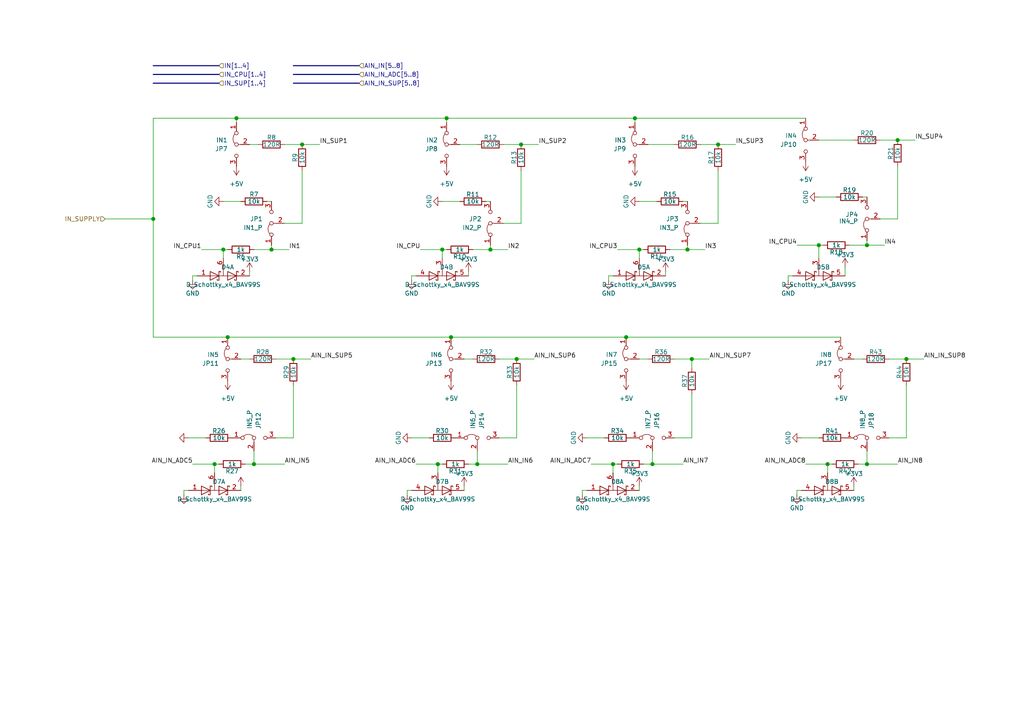
<source format=kicad_sch>
(kicad_sch (version 20210126) (generator eeschema)
  (paper "A4")
  (title_block (title "Uni printer") (date "2020-04-30") (rev "2.0") (company "Kartech") (comment 1 "jaroslaw.karwik@gmail.com"))
  (lib_symbols
    (symbol "Uni_Printer-rescue:+5V-power" (power) (pin_names (offset 0))
      (property "Value" "+5V-power" (at 0 3.556 0))
      (symbol "+5V-power_0_1"
        (polyline (pts (xy -0.762 1.27) (xy 0 2.54)))
        (polyline (pts (xy 0 0) (xy 0 2.54)))
        (polyline (pts (xy 0 2.54) (xy 0.762 1.27)))
      )
      (symbol "+5V-power_1_1"
        (pin power_in line (at 0 0 90) (length 0) hide (name "+5V") (number "1"))
      )
    )
    (symbol "Uni_Printer-rescue:D_Schottky_x4_BAV99S-RESCUE-step2cnc-Sensor_tank_v1-rescue-Uni_General_v1-rescue-Uni_Printer_v1-rescue" (pin_names (offset 0.762) hide)
      (property "Reference" "D" (at 1.27 -2.54 0))
      (property "Value" "D_Schottky_x4_BAV99S-RESCUE-step2cnc-Sensor_tank_v1-rescue-Uni_General_v1-rescue-Uni_Printer_v1-rescue" (at 0 2.54 0))
      (symbol "D_Schottky_x4_BAV99S-RESCUE-step2cnc-Sensor_tank_v1-rescue-Uni_General_v1-rescue-Uni_Printer_v1-rescue_0_1"
        (polyline (pts (xy 0 0) (xy 0 -2.54)))
        (polyline (pts (xy 3.81 0) (xy -3.81 0)))
        (polyline (pts (xy -1.27 -1.27) (xy -1.27 1.27) (xy -1.27 1.27)) (stroke (width 0.2032)))
        (polyline (pts (xy 3.81 1.27) (xy 3.81 -1.27) (xy 3.81 -1.27)) (stroke (width 0.2032)))
        (polyline (pts (xy -1.27 -1.27) (xy -0.762 -1.27) (xy -0.762 -1.016) (xy -0.762 -1.016)) (stroke (width 0.2032)))
        (polyline (pts (xy 3.81 -1.27) (xy 4.318 -1.27) (xy 4.318 -1.016) (xy 4.318 -1.016)) (stroke (width 0.2032)))
        (polyline (pts (xy 3.81 1.27) (xy 3.302 1.27) (xy 3.302 1.016) (xy 3.302 1.016)) (stroke (width 0.2032)))
        (polyline (pts (xy -1.778 1.016) (xy -1.778 1.27) (xy -1.27 1.27) (xy -1.27 1.27) (xy -1.27 1.27)) (stroke (width 0.2032)))
        (polyline (pts (xy -3.81 1.27) (xy -1.27 0) (xy -3.81 -1.27) (xy -3.81 1.27) (xy -3.81 1.27) (xy -3.81 1.27)) (stroke (width 0.2032)))
        (polyline (pts (xy 1.27 1.27) (xy 3.81 0) (xy 1.27 -1.27) (xy 1.27 1.27) (xy 1.27 1.27) (xy 1.27 1.27)) (stroke (width 0.2032)))
      )
      (symbol "D_Schottky_x4_BAV99S-RESCUE-step2cnc-Sensor_tank_v1-rescue-Uni_General_v1-rescue-Uni_Printer_v1-rescue_1_1"
        (pin passive line (at -7.62 0 0) (length 3.81) (name "A") (number "1"))
        (pin passive line (at 7.62 0 180) (length 3.81) (name "K") (number "2"))
        (pin passive line (at 0 -5.08 90) (length 2.54) (name "C") (number "6"))
      )
      (symbol "D_Schottky_x4_BAV99S-RESCUE-step2cnc-Sensor_tank_v1-rescue-Uni_General_v1-rescue-Uni_Printer_v1-rescue_2_1"
        (pin passive line (at 0 -5.08 90) (length 2.54) (name "C") (number "3"))
        (pin passive line (at -7.62 0 0) (length 3.81) (name "A") (number "4"))
        (pin passive line (at 7.62 0 180) (length 3.81) (name "K") (number "5"))
      )
    )
    (symbol "Uni_Printer-rescue:GND-Sensor_tank_v1-rescue-Uni_General_v1-rescue-Uni_Printer_v1-rescue" (power) (pin_names (offset 0))
      (property "Value" "GND-Sensor_tank_v1-rescue-Uni_General_v1-rescue-Uni_Printer_v1-rescue" (at 0 -3.81 0))
      (symbol "GND-Sensor_tank_v1-rescue-Uni_General_v1-rescue-Uni_Printer_v1-rescue_0_1"
        (polyline (pts (xy 0 0) (xy 0 -1.27) (xy 1.27 -1.27) (xy 0 -2.54) (xy -1.27 -1.27) (xy 0 -1.27)))
      )
      (symbol "GND-Sensor_tank_v1-rescue-Uni_General_v1-rescue-Uni_Printer_v1-rescue_1_1"
        (pin power_in line (at 0 0 270) (length 0) hide (name "GND") (number "1"))
      )
    )
    (symbol "Uni_Printer-rescue:Jumper_3_Bridged12-Jumper" (pin_names (offset 0) hide)
      (property "Reference" "JP" (at -2.54 -2.54 0))
      (property "Value" "Jumper_3_Bridged12-Jumper" (at 0 2.794 0))
      (symbol "Jumper_3_Bridged12-Jumper_0_0"
        (circle (center -3.302 0) (radius 0.508))
        (circle (center 0 0) (radius 0.508))
        (circle (center 3.302 0) (radius 0.508))
      )
      (symbol "Jumper_3_Bridged12-Jumper_0_1"
        (arc (start -3.048 0.508) (end -0.254 0.508) (radius (at -1.651 -1.27) (length 2.2606) (angles 128.2 51.8)))
        (polyline (pts (xy 0 -1.27) (xy 0 -0.508)))
      )
      (symbol "Jumper_3_Bridged12-Jumper_1_1"
        (pin passive line (at -6.35 0 0) (length 2.54) (name "A") (number "1"))
        (pin input line (at 0 -3.81 90) (length 2.54) (name "C") (number "2"))
        (pin passive line (at 6.35 0 180) (length 2.54) (name "B") (number "3"))
      )
    )
    (symbol "Uni_Printer-rescue:R-Sensor_tank_v1-rescue-Uni_General_v1-rescue-Uni_Printer_v1-rescue" (pin_numbers hide) (pin_names (offset 0))
      (property "Reference" "R" (at 2.032 0 90))
      (property "Value" "R-Sensor_tank_v1-rescue-Uni_General_v1-rescue-Uni_Printer_v1-rescue" (at 0 0 90))
      (symbol "R-Sensor_tank_v1-rescue-Uni_General_v1-rescue-Uni_Printer_v1-rescue_0_1"
        (rectangle (start -1.016 -2.54) (end 1.016 2.54) (stroke (width 0.254)))
      )
      (symbol "R-Sensor_tank_v1-rescue-Uni_General_v1-rescue-Uni_Printer_v1-rescue_1_1"
        (pin passive line (at 0 3.81 270) (length 1.27) (name "~") (number "1"))
        (pin passive line (at 0 -3.81 90) (length 1.27) (name "~") (number "2"))
      )
    )
    (symbol "power:+3V3" (power) (pin_names (offset 0))
      (property "Value" "+3V3" (at 0 3.556 0))
      (symbol "+3V3_0_1"
        (polyline (pts (xy -0.762 1.27) (xy 0 2.54)))
        (polyline (pts (xy 0 0) (xy 0 2.54)))
        (polyline (pts (xy 0 2.54) (xy 0.762 1.27)))
      )
      (symbol "+3V3_1_1"
        (pin power_in line (at 0 0 90) (length 0) hide (name "+3V3") (number "1"))
      )
    )
  )
  (junction (at 44.45 63.5) (diameter 1.016))
  (junction (at 62.23 134.62) (diameter 1.016))
  (junction (at 64.77 72.39) (diameter 1.016))
  (junction (at 66.04 97.79) (diameter 1.016))
  (junction (at 68.58 34.29) (diameter 1.016))
  (junction (at 73.66 134.62) (diameter 1.016))
  (junction (at 78.74 72.39) (diameter 1.016))
  (junction (at 85.09 104.14) (diameter 1.016))
  (junction (at 87.63 41.91) (diameter 1.016))
  (junction (at 127 134.62) (diameter 1.016))
  (junction (at 128.27 72.39) (diameter 1.016))
  (junction (at 129.54 34.29) (diameter 1.016))
  (junction (at 130.81 97.79) (diameter 1.016))
  (junction (at 138.43 134.62) (diameter 1.016))
  (junction (at 142.24 72.39) (diameter 1.016))
  (junction (at 149.86 104.14) (diameter 1.016))
  (junction (at 151.13 41.91) (diameter 1.016))
  (junction (at 177.8 134.62) (diameter 1.016))
  (junction (at 181.61 97.79) (diameter 1.016))
  (junction (at 184.15 34.29) (diameter 1.016))
  (junction (at 185.42 72.39) (diameter 1.016))
  (junction (at 189.23 134.62) (diameter 1.016))
  (junction (at 199.39 72.39) (diameter 1.016))
  (junction (at 200.66 104.14) (diameter 1.016))
  (junction (at 208.28 41.91) (diameter 1.016))
  (junction (at 237.49 71.12) (diameter 1.016))
  (junction (at 240.03 134.62) (diameter 1.016))
  (junction (at 251.46 71.12) (diameter 1.016))
  (junction (at 251.46 134.62) (diameter 1.016))
  (junction (at 260.35 40.64) (diameter 1.016))
  (junction (at 262.89 104.14) (diameter 1.016))
  (wire (pts (xy 30.48 63.5) (xy 44.45 63.5)))
  (wire (pts (xy 44.45 34.29) (xy 44.45 63.5)))
  (wire (pts (xy 44.45 63.5) (xy 44.45 97.79)))
  (wire (pts (xy 44.45 97.79) (xy 66.04 97.79)))
  (wire (pts (xy 53.34 142.24) (xy 53.34 143.51)))
  (wire (pts (xy 54.61 142.24) (xy 53.34 142.24)))
  (wire (pts (xy 55.88 80.01) (xy 55.88 81.28)))
  (wire (pts (xy 55.88 134.62) (xy 62.23 134.62)))
  (wire (pts (xy 57.15 80.01) (xy 55.88 80.01)))
  (wire (pts (xy 58.42 72.39) (xy 64.77 72.39)))
  (wire (pts (xy 59.69 127) (xy 54.61 127)))
  (wire (pts (xy 62.23 134.62) (xy 62.23 137.16)))
  (wire (pts (xy 62.23 134.62) (xy 63.5 134.62)))
  (wire (pts (xy 64.77 72.39) (xy 64.77 74.93)))
  (wire (pts (xy 64.77 72.39) (xy 66.04 72.39)))
  (wire (pts (xy 66.04 97.79) (xy 130.81 97.79)))
  (wire (pts (xy 68.58 34.29) (xy 44.45 34.29)))
  (wire (pts (xy 68.58 34.29) (xy 68.58 35.56)))
  (wire (pts (xy 69.85 58.42) (xy 64.77 58.42)))
  (wire (pts (xy 69.85 104.14) (xy 72.39 104.14)))
  (wire (pts (xy 69.85 142.24) (xy 69.85 140.97)))
  (wire (pts (xy 71.12 134.62) (xy 73.66 134.62)))
  (wire (pts (xy 72.39 41.91) (xy 74.93 41.91)))
  (wire (pts (xy 72.39 80.01) (xy 72.39 78.74)))
  (wire (pts (xy 73.66 72.39) (xy 78.74 72.39)))
  (wire (pts (xy 73.66 130.81) (xy 73.66 134.62)))
  (wire (pts (xy 73.66 134.62) (xy 82.55 134.62)))
  (wire (pts (xy 78.74 58.42) (xy 77.47 58.42)))
  (wire (pts (xy 78.74 71.12) (xy 78.74 72.39)))
  (wire (pts (xy 78.74 72.39) (xy 83.82 72.39)))
  (wire (pts (xy 80.01 104.14) (xy 85.09 104.14)))
  (wire (pts (xy 80.01 127) (xy 85.09 127)))
  (wire (pts (xy 82.55 41.91) (xy 87.63 41.91)))
  (wire (pts (xy 82.55 64.77) (xy 87.63 64.77)))
  (wire (pts (xy 85.09 104.14) (xy 90.17 104.14)))
  (wire (pts (xy 85.09 127) (xy 85.09 111.76)))
  (wire (pts (xy 87.63 41.91) (xy 92.71 41.91)))
  (wire (pts (xy 87.63 64.77) (xy 87.63 49.53)))
  (wire (pts (xy 118.11 142.24) (xy 118.11 143.51)))
  (wire (pts (xy 119.38 80.01) (xy 119.38 81.28)))
  (wire (pts (xy 119.38 142.24) (xy 118.11 142.24)))
  (wire (pts (xy 120.65 80.01) (xy 119.38 80.01)))
  (wire (pts (xy 120.65 134.62) (xy 127 134.62)))
  (wire (pts (xy 121.92 72.39) (xy 128.27 72.39)))
  (wire (pts (xy 124.46 127) (xy 119.38 127)))
  (wire (pts (xy 127 134.62) (xy 127 137.16)))
  (wire (pts (xy 127 134.62) (xy 128.27 134.62)))
  (wire (pts (xy 128.27 72.39) (xy 128.27 74.93)))
  (wire (pts (xy 128.27 72.39) (xy 129.54 72.39)))
  (wire (pts (xy 129.54 34.29) (xy 68.58 34.29)))
  (wire (pts (xy 129.54 34.29) (xy 129.54 35.56)))
  (wire (pts (xy 130.81 97.79) (xy 181.61 97.79)))
  (wire (pts (xy 133.35 41.91) (xy 138.43 41.91)))
  (wire (pts (xy 133.35 58.42) (xy 128.27 58.42)))
  (wire (pts (xy 134.62 104.14) (xy 137.16 104.14)))
  (wire (pts (xy 134.62 142.24) (xy 134.62 140.97)))
  (wire (pts (xy 135.89 80.01) (xy 135.89 78.74)))
  (wire (pts (xy 135.89 134.62) (xy 138.43 134.62)))
  (wire (pts (xy 137.16 72.39) (xy 142.24 72.39)))
  (wire (pts (xy 138.43 130.81) (xy 138.43 134.62)))
  (wire (pts (xy 138.43 134.62) (xy 147.32 134.62)))
  (wire (pts (xy 142.24 58.42) (xy 140.97 58.42)))
  (wire (pts (xy 142.24 71.12) (xy 142.24 72.39)))
  (wire (pts (xy 142.24 72.39) (xy 147.32 72.39)))
  (wire (pts (xy 144.78 104.14) (xy 149.86 104.14)))
  (wire (pts (xy 144.78 127) (xy 149.86 127)))
  (wire (pts (xy 146.05 41.91) (xy 151.13 41.91)))
  (wire (pts (xy 146.05 64.77) (xy 151.13 64.77)))
  (wire (pts (xy 149.86 104.14) (xy 154.94 104.14)))
  (wire (pts (xy 149.86 127) (xy 149.86 111.76)))
  (wire (pts (xy 151.13 41.91) (xy 156.21 41.91)))
  (wire (pts (xy 151.13 64.77) (xy 151.13 49.53)))
  (wire (pts (xy 168.91 142.24) (xy 168.91 143.51)))
  (wire (pts (xy 170.18 142.24) (xy 168.91 142.24)))
  (wire (pts (xy 171.45 134.62) (xy 177.8 134.62)))
  (wire (pts (xy 175.26 127) (xy 170.18 127)))
  (wire (pts (xy 176.53 80.01) (xy 176.53 81.28)))
  (wire (pts (xy 177.8 80.01) (xy 176.53 80.01)))
  (wire (pts (xy 177.8 134.62) (xy 177.8 137.16)))
  (wire (pts (xy 177.8 134.62) (xy 179.07 134.62)))
  (wire (pts (xy 179.07 72.39) (xy 185.42 72.39)))
  (wire (pts (xy 181.61 97.79) (xy 243.84 97.79)))
  (wire (pts (xy 184.15 34.29) (xy 129.54 34.29)))
  (wire (pts (xy 184.15 34.29) (xy 184.15 35.56)))
  (wire (pts (xy 185.42 72.39) (xy 185.42 74.93)))
  (wire (pts (xy 185.42 72.39) (xy 186.69 72.39)))
  (wire (pts (xy 185.42 104.14) (xy 187.96 104.14)))
  (wire (pts (xy 185.42 142.24) (xy 185.42 140.97)))
  (wire (pts (xy 186.69 134.62) (xy 189.23 134.62)))
  (wire (pts (xy 187.96 41.91) (xy 195.58 41.91)))
  (wire (pts (xy 189.23 130.81) (xy 189.23 134.62)))
  (wire (pts (xy 189.23 134.62) (xy 198.12 134.62)))
  (wire (pts (xy 190.5 58.42) (xy 185.42 58.42)))
  (wire (pts (xy 193.04 80.01) (xy 193.04 78.74)))
  (wire (pts (xy 194.31 72.39) (xy 199.39 72.39)))
  (wire (pts (xy 195.58 104.14) (xy 200.66 104.14)))
  (wire (pts (xy 195.58 127) (xy 200.66 127)))
  (wire (pts (xy 199.39 58.42) (xy 198.12 58.42)))
  (wire (pts (xy 199.39 71.12) (xy 199.39 72.39)))
  (wire (pts (xy 199.39 72.39) (xy 204.47 72.39)))
  (wire (pts (xy 200.66 104.14) (xy 200.66 106.68)))
  (wire (pts (xy 200.66 104.14) (xy 205.74 104.14)))
  (wire (pts (xy 200.66 114.3) (xy 200.66 127)))
  (wire (pts (xy 203.2 41.91) (xy 208.28 41.91)))
  (wire (pts (xy 203.2 64.77) (xy 208.28 64.77)))
  (wire (pts (xy 208.28 41.91) (xy 213.36 41.91)))
  (wire (pts (xy 208.28 64.77) (xy 208.28 49.53)))
  (wire (pts (xy 228.6 80.01) (xy 228.6 81.28)))
  (wire (pts (xy 229.87 80.01) (xy 228.6 80.01)))
  (wire (pts (xy 231.14 71.12) (xy 237.49 71.12)))
  (wire (pts (xy 231.14 142.24) (xy 231.14 143.51)))
  (wire (pts (xy 232.41 142.24) (xy 231.14 142.24)))
  (wire (pts (xy 233.68 34.29) (xy 184.15 34.29)))
  (wire (pts (xy 233.68 134.62) (xy 240.03 134.62)))
  (wire (pts (xy 237.49 40.64) (xy 247.65 40.64)))
  (wire (pts (xy 237.49 71.12) (xy 237.49 74.93)))
  (wire (pts (xy 237.49 71.12) (xy 238.76 71.12)))
  (wire (pts (xy 237.49 127) (xy 232.41 127)))
  (wire (pts (xy 240.03 134.62) (xy 240.03 137.16)))
  (wire (pts (xy 240.03 134.62) (xy 241.3 134.62)))
  (wire (pts (xy 242.57 57.15) (xy 237.49 57.15)))
  (wire (pts (xy 245.11 77.47) (xy 245.11 80.01)))
  (wire (pts (xy 246.38 71.12) (xy 251.46 71.12)))
  (wire (pts (xy 247.65 104.14) (xy 250.19 104.14)))
  (wire (pts (xy 247.65 142.24) (xy 247.65 140.97)))
  (wire (pts (xy 248.92 134.62) (xy 251.46 134.62)))
  (wire (pts (xy 251.46 57.15) (xy 250.19 57.15)))
  (wire (pts (xy 251.46 69.85) (xy 251.46 71.12)))
  (wire (pts (xy 251.46 71.12) (xy 256.54 71.12)))
  (wire (pts (xy 251.46 130.81) (xy 251.46 134.62)))
  (wire (pts (xy 251.46 134.62) (xy 260.35 134.62)))
  (wire (pts (xy 255.27 40.64) (xy 260.35 40.64)))
  (wire (pts (xy 255.27 63.5) (xy 260.35 63.5)))
  (wire (pts (xy 257.81 104.14) (xy 262.89 104.14)))
  (wire (pts (xy 257.81 127) (xy 262.89 127)))
  (wire (pts (xy 260.35 40.64) (xy 265.43 40.64)))
  (wire (pts (xy 260.35 63.5) (xy 260.35 48.26)))
  (wire (pts (xy 262.89 104.14) (xy 267.97 104.14)))
  (wire (pts (xy 262.89 127) (xy 262.89 111.76)))
  (bus (pts (xy 44.45 19.05) (xy 63.5 19.05)))
  (bus (pts (xy 44.45 21.59) (xy 63.5 21.59)))
  (bus (pts (xy 44.45 24.13) (xy 63.5 24.13)))
  (bus (pts (xy 85.09 19.05) (xy 104.14 19.05)))
  (bus (pts (xy 85.09 21.59) (xy 104.14 21.59)))
  (bus (pts (xy 85.09 24.13) (xy 104.14 24.13)))
  (label "AIN_IN_ADC5" (at 55.88 134.62 180))
  (label "IN_CPU1" (at 58.42 72.39 180))
  (label "AIN_IN5" (at 82.55 134.62 0))
  (label "IN1" (at 83.82 72.39 0))
  (label "AIN_IN_SUP5" (at 90.17 104.14 0))
  (label "IN_SUP1" (at 92.71 41.91 0))
  (label "AIN_IN_ADC6" (at 120.65 134.62 180))
  (label "IN_CPU" (at 121.92 72.39 180))
  (label "IN2" (at 147.32 72.39 0))
  (label "AIN_IN6" (at 147.32 134.62 0))
  (label "AIN_IN_SUP6" (at 154.94 104.14 0))
  (label "IN_SUP2" (at 156.21 41.91 0))
  (label "AIN_IN_ADC7" (at 171.45 134.62 180))
  (label "IN_CPU3" (at 179.07 72.39 180))
  (label "AIN_IN7" (at 198.12 134.62 0))
  (label "IN3" (at 204.47 72.39 0))
  (label "AIN_IN_SUP7" (at 205.74 104.14 0))
  (label "IN_SUP3" (at 213.36 41.91 0))
  (label "IN_CPU4" (at 231.14 71.12 180))
  (label "AIN_IN_ADC8" (at 233.68 134.62 180))
  (label "IN4" (at 256.54 71.12 0))
  (label "AIN_IN8" (at 260.35 134.62 0))
  (label "IN_SUP4" (at 265.43 40.64 0))
  (label "AIN_IN_SUP8" (at 267.97 104.14 0))
  (hierarchical_label "IN_SUPPLY" (shape input) (at 30.48 63.5 180))
  (hierarchical_label "IN[1..4]" (shape input) (at 63.5 19.05 0))
  (hierarchical_label "IN_CPU[1..4]" (shape input) (at 63.5 21.59 0))
  (hierarchical_label "IN_SUP[1..4]" (shape input) (at 63.5 24.13 0))
  (hierarchical_label "AIN_IN[5..8]" (shape input) (at 104.14 19.05 0))
  (hierarchical_label "AIN_IN_ADC[5..8]" (shape input) (at 104.14 21.59 0))
  (hierarchical_label "AIN_IN_SUP[5..8]" (shape input) (at 104.14 24.13 0))
  (symbol (lib_id "Uni_Printer-rescue:+5V-power") (at 66.04 110.49 180) (unit 1)
    (property "Reference" "#PWR07" (effects hide))
    (property "Value" "+5V" (at 66.04 115.57 0))
  )
  (symbol (lib_id "Uni_Printer-rescue:+5V-power") (at 68.58 48.26 180) (unit 1)
    (property "Reference" "#PWR0132" (effects hide))
    (property "Value" "+5V" (at 68.58 53.34 0))
  )
  (symbol (lib_id "power:+3V3") (at 69.85 140.97 0) (unit 1)
    (property "Reference" "#PWR08" (effects hide))
    (property "Value" "+3V3" (effects hide))
  )
  (symbol (lib_id "power:+3V3") (at 72.39 78.74 0) (unit 1)
    (property "Reference" "#PWR066" (effects hide))
    (property "Value" "+3V3" (at 72.39 75.184 0))
  )
  (symbol (lib_id "Uni_Printer-rescue:+5V-power") (at 129.54 48.26 180) (unit 1)
    (property "Reference" "#PWR0136" (effects hide))
    (property "Value" "+5V" (at 129.54 53.34 0))
  )
  (symbol (lib_id "Uni_Printer-rescue:+5V-power") (at 130.81 110.49 180) (unit 1)
    (property "Reference" "#PWR013" (effects hide))
    (property "Value" "+5V" (at 130.81 115.57 0))
  )
  (symbol (lib_id "power:+3V3") (at 134.62 140.97 0) (unit 1)
    (property "Reference" "#PWR014" (effects hide))
    (property "Value" "+3V3" (at 134.62 137.414 0))
  )
  (symbol (lib_id "power:+3V3") (at 135.89 78.74 0) (unit 1)
    (property "Reference" "#PWR070" (effects hide))
    (property "Value" "+3V3" (at 135.89 75.184 0))
  )
  (symbol (lib_id "Uni_Printer-rescue:+5V-power") (at 181.61 110.49 180) (unit 1)
    (property "Reference" "#PWR017" (effects hide))
    (property "Value" "+5V" (at 181.61 115.57 0))
  )
  (symbol (lib_id "Uni_Printer-rescue:+5V-power") (at 184.15 48.26 180) (unit 1)
    (property "Reference" "#PWR0134" (effects hide))
    (property "Value" "+5V" (at 184.15 53.34 0))
  )
  (symbol (lib_id "power:+3V3") (at 185.42 140.97 0) (unit 1)
    (property "Reference" "#PWR018" (effects hide))
    (property "Value" "+3V3" (at 185.42 137.414 0))
  )
  (symbol (lib_id "power:+3V3") (at 193.04 78.74 0) (unit 1)
    (property "Reference" "#PWR074" (effects hide))
    (property "Value" "+3V3" (at 193.04 75.184 0))
  )
  (symbol (lib_id "Uni_Printer-rescue:+5V-power") (at 233.68 46.99 180) (unit 1)
    (property "Reference" "#PWR0131" (effects hide))
    (property "Value" "+5V" (at 233.68 52.07 0))
  )
  (symbol (lib_id "Uni_Printer-rescue:+5V-power") (at 243.84 110.49 180) (unit 1)
    (property "Reference" "#PWR021" (effects hide))
    (property "Value" "+5V" (at 243.84 115.57 0))
  )
  (symbol (lib_id "power:+3V3") (at 245.11 77.47 0) (unit 1)
    (property "Reference" "#PWR078" (effects hide))
    (property "Value" "+3V3" (at 245.11 73.914 0))
  )
  (symbol (lib_id "power:+3V3") (at 247.65 140.97 0) (unit 1)
    (property "Reference" "#PWR022" (effects hide))
    (property "Value" "+3V3" (at 247.65 137.414 0))
  )
  (symbol (lib_id "Uni_Printer-rescue:GND-Sensor_tank_v1-rescue-Uni_General_v1-rescue-Uni_Printer_v1-rescue") (at 53.34 143.51 0) (unit 1)
    (property "Reference" "#PWR05" (effects hide))
    (property "Value" "GND-Sensor_tank_v1-rescue-Uni_General_v1-rescue-Uni_Printer_v1-rescue" (effects hide))
  )
  (symbol (lib_id "Uni_Printer-rescue:GND-Sensor_tank_v1-rescue-Uni_General_v1-rescue-Uni_Printer_v1-rescue") (at 54.61 127 270) (unit 1)
    (property "Reference" "#PWR06" (effects hide))
    (property "Value" "GND-Sensor_tank_v1-rescue-Uni_General_v1-rescue-Uni_Printer_v1-rescue" (effects hide))
  )
  (symbol (lib_id "Uni_Printer-rescue:GND-Sensor_tank_v1-rescue-Uni_General_v1-rescue-Uni_Printer_v1-rescue") (at 55.88 81.28 0) (unit 1)
    (property "Reference" "#PWR063" (effects hide))
    (property "Value" "GND" (at 55.88 85.09 0))
  )
  (symbol (lib_id "Uni_Printer-rescue:GND-Sensor_tank_v1-rescue-Uni_General_v1-rescue-Uni_Printer_v1-rescue") (at 64.77 58.42 270) (unit 1)
    (property "Reference" "#PWR064" (effects hide))
    (property "Value" "GND" (at 60.96 58.42 0))
  )
  (symbol (lib_id "Uni_Printer-rescue:GND-Sensor_tank_v1-rescue-Uni_General_v1-rescue-Uni_Printer_v1-rescue") (at 118.11 143.51 0) (unit 1)
    (property "Reference" "#PWR09" (effects hide))
    (property "Value" "GND" (at 118.11 147.32 0))
  )
  (symbol (lib_id "Uni_Printer-rescue:GND-Sensor_tank_v1-rescue-Uni_General_v1-rescue-Uni_Printer_v1-rescue") (at 119.38 81.28 0) (unit 1)
    (property "Reference" "#PWR067" (effects hide))
    (property "Value" "GND" (at 119.38 85.09 0))
  )
  (symbol (lib_id "Uni_Printer-rescue:GND-Sensor_tank_v1-rescue-Uni_General_v1-rescue-Uni_Printer_v1-rescue") (at 119.38 127 270) (unit 1)
    (property "Reference" "#PWR010" (effects hide))
    (property "Value" "GND" (at 115.57 127 0))
  )
  (symbol (lib_id "Uni_Printer-rescue:GND-Sensor_tank_v1-rescue-Uni_General_v1-rescue-Uni_Printer_v1-rescue") (at 128.27 58.42 270) (unit 1)
    (property "Reference" "#PWR068" (effects hide))
    (property "Value" "GND" (at 124.46 58.42 0))
  )
  (symbol (lib_id "Uni_Printer-rescue:GND-Sensor_tank_v1-rescue-Uni_General_v1-rescue-Uni_Printer_v1-rescue") (at 168.91 143.51 0) (unit 1)
    (property "Reference" "#PWR015" (effects hide))
    (property "Value" "GND" (at 168.91 147.32 0))
  )
  (symbol (lib_id "Uni_Printer-rescue:GND-Sensor_tank_v1-rescue-Uni_General_v1-rescue-Uni_Printer_v1-rescue") (at 170.18 127 270) (unit 1)
    (property "Reference" "#PWR016" (effects hide))
    (property "Value" "GND" (at 166.37 127 0))
  )
  (symbol (lib_id "Uni_Printer-rescue:GND-Sensor_tank_v1-rescue-Uni_General_v1-rescue-Uni_Printer_v1-rescue") (at 176.53 81.28 0) (unit 1)
    (property "Reference" "#PWR071" (effects hide))
    (property "Value" "GND" (at 176.53 85.09 0))
  )
  (symbol (lib_id "Uni_Printer-rescue:GND-Sensor_tank_v1-rescue-Uni_General_v1-rescue-Uni_Printer_v1-rescue") (at 185.42 58.42 270) (unit 1)
    (property "Reference" "#PWR072" (effects hide))
    (property "Value" "GND" (at 181.61 58.42 0))
  )
  (symbol (lib_id "Uni_Printer-rescue:GND-Sensor_tank_v1-rescue-Uni_General_v1-rescue-Uni_Printer_v1-rescue") (at 228.6 81.28 0) (unit 1)
    (property "Reference" "#PWR075" (effects hide))
    (property "Value" "GND" (at 228.6 85.09 0))
  )
  (symbol (lib_id "Uni_Printer-rescue:GND-Sensor_tank_v1-rescue-Uni_General_v1-rescue-Uni_Printer_v1-rescue") (at 231.14 143.51 0) (unit 1)
    (property "Reference" "#PWR019" (effects hide))
    (property "Value" "GND" (at 231.14 147.32 0))
  )
  (symbol (lib_id "Uni_Printer-rescue:GND-Sensor_tank_v1-rescue-Uni_General_v1-rescue-Uni_Printer_v1-rescue") (at 232.41 127 270) (unit 1)
    (property "Reference" "#PWR020" (effects hide))
    (property "Value" "GND" (at 228.6 127 0))
  )
  (symbol (lib_id "Uni_Printer-rescue:GND-Sensor_tank_v1-rescue-Uni_General_v1-rescue-Uni_Printer_v1-rescue") (at 237.49 57.15 270) (unit 1)
    (property "Reference" "#PWR076" (effects hide))
    (property "Value" "GND" (at 233.68 57.15 0))
  )
  (symbol (lib_id "Uni_Printer-rescue:R-Sensor_tank_v1-rescue-Uni_General_v1-rescue-Uni_Printer_v1-rescue") (at 63.5 127 90) (unit 1)
    (property "Reference" "R26" (at 63.5 124.968 90))
    (property "Value" "10k" (at 63.5 127 90))
    (property "Footprint" "Resistor_SMD:R_0603_1608Metric" (effects hide))
  )
  (symbol (lib_id "Uni_Printer-rescue:R-Sensor_tank_v1-rescue-Uni_General_v1-rescue-Uni_Printer_v1-rescue") (at 67.31 134.62 270) (unit 1)
    (property "Reference" "R27" (at 67.31 136.652 90))
    (property "Value" "1k" (at 67.31 134.62 90))
    (property "Footprint" "Resistor_SMD:R_0603_1608Metric" (effects hide))
  )
  (symbol (lib_id "Uni_Printer-rescue:R-Sensor_tank_v1-rescue-Uni_General_v1-rescue-Uni_Printer_v1-rescue") (at 69.85 72.39 270) (unit 1)
    (property "Reference" "R6" (at 69.85 74.422 90))
    (property "Value" "1k" (at 69.85 72.39 90))
    (property "Footprint" "Resistor_SMD:R_0603_1608Metric" (effects hide))
  )
  (symbol (lib_id "Uni_Printer-rescue:R-Sensor_tank_v1-rescue-Uni_General_v1-rescue-Uni_Printer_v1-rescue") (at 73.66 58.42 90) (unit 1)
    (property "Reference" "R7" (at 73.66 56.388 90))
    (property "Value" "10k" (at 73.66 58.42 90))
    (property "Footprint" "Resistor_SMD:R_0603_1608Metric" (effects hide))
  )
  (symbol (lib_id "Uni_Printer-rescue:R-Sensor_tank_v1-rescue-Uni_General_v1-rescue-Uni_Printer_v1-rescue") (at 76.2 104.14 90) (unit 1)
    (property "Reference" "R28" (at 76.2 102.108 90))
    (property "Value" "120R" (at 76.2 104.14 90))
    (property "Footprint" "Resistor_SMD:R_0603_1608Metric" (effects hide))
  )
  (symbol (lib_id "Uni_Printer-rescue:R-Sensor_tank_v1-rescue-Uni_General_v1-rescue-Uni_Printer_v1-rescue") (at 78.74 41.91 90) (unit 1)
    (property "Reference" "R8" (at 78.74 39.878 90))
    (property "Value" "120R" (at 78.74 41.91 90))
    (property "Footprint" "Resistor_SMD:R_0603_1608Metric" (effects hide))
  )
  (symbol (lib_id "Uni_Printer-rescue:R-Sensor_tank_v1-rescue-Uni_General_v1-rescue-Uni_Printer_v1-rescue") (at 85.09 107.95 180) (unit 1)
    (property "Reference" "R29" (at 83.058 107.95 90))
    (property "Value" "10k" (at 85.09 107.95 90))
    (property "Footprint" "Resistor_SMD:R_0603_1608Metric" (effects hide))
  )
  (symbol (lib_id "Uni_Printer-rescue:R-Sensor_tank_v1-rescue-Uni_General_v1-rescue-Uni_Printer_v1-rescue") (at 87.63 45.72 180) (unit 1)
    (property "Reference" "R9" (at 85.598 45.72 90))
    (property "Value" "10k" (at 87.63 45.72 90))
    (property "Footprint" "Resistor_SMD:R_0603_1608Metric" (effects hide))
  )
  (symbol (lib_id "Uni_Printer-rescue:R-Sensor_tank_v1-rescue-Uni_General_v1-rescue-Uni_Printer_v1-rescue") (at 128.27 127 90) (unit 1)
    (property "Reference" "R30" (at 128.27 124.968 90))
    (property "Value" "10k" (at 128.27 127 90))
    (property "Footprint" "Resistor_SMD:R_0603_1608Metric" (effects hide))
  )
  (symbol (lib_id "Uni_Printer-rescue:R-Sensor_tank_v1-rescue-Uni_General_v1-rescue-Uni_Printer_v1-rescue") (at 132.08 134.62 270) (unit 1)
    (property "Reference" "R31" (at 132.08 136.652 90))
    (property "Value" "1k" (at 132.08 134.62 90))
    (property "Footprint" "Resistor_SMD:R_0603_1608Metric" (effects hide))
  )
  (symbol (lib_id "Uni_Printer-rescue:R-Sensor_tank_v1-rescue-Uni_General_v1-rescue-Uni_Printer_v1-rescue") (at 133.35 72.39 270) (unit 1)
    (property "Reference" "R10" (at 133.35 74.422 90))
    (property "Value" "1k" (at 133.35 72.39 90))
    (property "Footprint" "Resistor_SMD:R_0603_1608Metric" (effects hide))
  )
  (symbol (lib_id "Uni_Printer-rescue:R-Sensor_tank_v1-rescue-Uni_General_v1-rescue-Uni_Printer_v1-rescue") (at 137.16 58.42 90) (unit 1)
    (property "Reference" "R11" (at 137.16 56.388 90))
    (property "Value" "10k" (at 137.16 58.42 90))
    (property "Footprint" "Resistor_SMD:R_0603_1608Metric" (effects hide))
  )
  (symbol (lib_id "Uni_Printer-rescue:R-Sensor_tank_v1-rescue-Uni_General_v1-rescue-Uni_Printer_v1-rescue") (at 140.97 104.14 90) (unit 1)
    (property "Reference" "R32" (at 140.97 102.108 90))
    (property "Value" "120R" (at 140.97 104.14 90))
    (property "Footprint" "Resistor_SMD:R_0603_1608Metric" (effects hide))
  )
  (symbol (lib_id "Uni_Printer-rescue:R-Sensor_tank_v1-rescue-Uni_General_v1-rescue-Uni_Printer_v1-rescue") (at 142.24 41.91 90) (unit 1)
    (property "Reference" "R12" (at 142.24 39.878 90))
    (property "Value" "120R" (at 142.24 41.91 90))
    (property "Footprint" "Resistor_SMD:R_0603_1608Metric" (effects hide))
  )
  (symbol (lib_id "Uni_Printer-rescue:R-Sensor_tank_v1-rescue-Uni_General_v1-rescue-Uni_Printer_v1-rescue") (at 149.86 107.95 180) (unit 1)
    (property "Reference" "R33" (at 147.828 107.95 90))
    (property "Value" "10k" (at 149.86 107.95 90))
    (property "Footprint" "Resistor_SMD:R_0603_1608Metric" (effects hide))
  )
  (symbol (lib_id "Uni_Printer-rescue:R-Sensor_tank_v1-rescue-Uni_General_v1-rescue-Uni_Printer_v1-rescue") (at 151.13 45.72 180) (unit 1)
    (property "Reference" "R13" (at 149.098 45.72 90))
    (property "Value" "10k" (at 151.13 45.72 90))
    (property "Footprint" "Resistor_SMD:R_0603_1608Metric" (effects hide))
  )
  (symbol (lib_id "Uni_Printer-rescue:R-Sensor_tank_v1-rescue-Uni_General_v1-rescue-Uni_Printer_v1-rescue") (at 179.07 127 90) (unit 1)
    (property "Reference" "R34" (at 179.07 124.968 90))
    (property "Value" "10k" (at 179.07 127 90))
    (property "Footprint" "Resistor_SMD:R_0603_1608Metric" (effects hide))
  )
  (symbol (lib_id "Uni_Printer-rescue:R-Sensor_tank_v1-rescue-Uni_General_v1-rescue-Uni_Printer_v1-rescue") (at 182.88 134.62 270) (unit 1)
    (property "Reference" "R35" (at 182.88 136.652 90))
    (property "Value" "1k" (at 182.88 134.62 90))
    (property "Footprint" "Resistor_SMD:R_0603_1608Metric" (effects hide))
  )
  (symbol (lib_id "Uni_Printer-rescue:R-Sensor_tank_v1-rescue-Uni_General_v1-rescue-Uni_Printer_v1-rescue") (at 190.5 72.39 270) (unit 1)
    (property "Reference" "R14" (at 190.5 74.422 90))
    (property "Value" "1k" (at 190.5 72.39 90))
    (property "Footprint" "Resistor_SMD:R_0603_1608Metric" (effects hide))
  )
  (symbol (lib_id "Uni_Printer-rescue:R-Sensor_tank_v1-rescue-Uni_General_v1-rescue-Uni_Printer_v1-rescue") (at 191.77 104.14 90) (unit 1)
    (property "Reference" "R36" (at 191.77 102.108 90))
    (property "Value" "120R" (at 191.77 104.14 90))
    (property "Footprint" "Resistor_SMD:R_0603_1608Metric" (effects hide))
  )
  (symbol (lib_id "Uni_Printer-rescue:R-Sensor_tank_v1-rescue-Uni_General_v1-rescue-Uni_Printer_v1-rescue") (at 194.31 58.42 90) (unit 1)
    (property "Reference" "R15" (at 194.31 56.388 90))
    (property "Value" "10k" (at 194.31 58.42 90))
    (property "Footprint" "Resistor_SMD:R_0603_1608Metric" (effects hide))
  )
  (symbol (lib_id "Uni_Printer-rescue:R-Sensor_tank_v1-rescue-Uni_General_v1-rescue-Uni_Printer_v1-rescue") (at 199.39 41.91 90) (unit 1)
    (property "Reference" "R16" (at 199.39 39.878 90))
    (property "Value" "120R" (at 199.39 41.91 90))
    (property "Footprint" "Resistor_SMD:R_0603_1608Metric" (effects hide))
  )
  (symbol (lib_id "Uni_Printer-rescue:R-Sensor_tank_v1-rescue-Uni_General_v1-rescue-Uni_Printer_v1-rescue") (at 200.66 110.49 180) (unit 1)
    (property "Reference" "R37" (at 198.628 110.49 90))
    (property "Value" "10k" (at 200.66 110.49 90))
    (property "Footprint" "Resistor_SMD:R_0603_1608Metric" (effects hide))
  )
  (symbol (lib_id "Uni_Printer-rescue:R-Sensor_tank_v1-rescue-Uni_General_v1-rescue-Uni_Printer_v1-rescue") (at 208.28 45.72 180) (unit 1)
    (property "Reference" "R17" (at 206.248 45.72 90))
    (property "Value" "10k" (at 208.28 45.72 90))
    (property "Footprint" "Resistor_SMD:R_0603_1608Metric" (effects hide))
  )
  (symbol (lib_id "Uni_Printer-rescue:R-Sensor_tank_v1-rescue-Uni_General_v1-rescue-Uni_Printer_v1-rescue") (at 241.3 127 90) (unit 1)
    (property "Reference" "R41" (at 241.3 124.968 90))
    (property "Value" "10k" (at 241.3 127 90))
    (property "Footprint" "Resistor_SMD:R_0603_1608Metric" (effects hide))
  )
  (symbol (lib_id "Uni_Printer-rescue:R-Sensor_tank_v1-rescue-Uni_General_v1-rescue-Uni_Printer_v1-rescue") (at 242.57 71.12 270) (unit 1)
    (property "Reference" "R18" (at 242.57 73.152 90))
    (property "Value" "1k" (at 242.57 71.12 90))
    (property "Footprint" "Resistor_SMD:R_0603_1608Metric" (effects hide))
  )
  (symbol (lib_id "Uni_Printer-rescue:R-Sensor_tank_v1-rescue-Uni_General_v1-rescue-Uni_Printer_v1-rescue") (at 245.11 134.62 270) (unit 1)
    (property "Reference" "R42" (at 245.11 136.652 90))
    (property "Value" "1k" (at 245.11 134.62 90))
    (property "Footprint" "Resistor_SMD:R_0603_1608Metric" (effects hide))
  )
  (symbol (lib_id "Uni_Printer-rescue:R-Sensor_tank_v1-rescue-Uni_General_v1-rescue-Uni_Printer_v1-rescue") (at 246.38 57.15 90) (unit 1)
    (property "Reference" "R19" (at 246.38 55.118 90))
    (property "Value" "10k" (at 246.38 57.15 90))
    (property "Footprint" "Resistor_SMD:R_0603_1608Metric" (effects hide))
  )
  (symbol (lib_id "Uni_Printer-rescue:R-Sensor_tank_v1-rescue-Uni_General_v1-rescue-Uni_Printer_v1-rescue") (at 251.46 40.64 90) (unit 1)
    (property "Reference" "R20" (at 251.46 38.608 90))
    (property "Value" "120R" (at 251.46 40.64 90))
    (property "Footprint" "Resistor_SMD:R_0603_1608Metric" (effects hide))
  )
  (symbol (lib_id "Uni_Printer-rescue:R-Sensor_tank_v1-rescue-Uni_General_v1-rescue-Uni_Printer_v1-rescue") (at 254 104.14 90) (unit 1)
    (property "Reference" "R43" (at 254 102.108 90))
    (property "Value" "120R" (at 254 104.14 90))
    (property "Footprint" "Resistor_SMD:R_0603_1608Metric" (effects hide))
  )
  (symbol (lib_id "Uni_Printer-rescue:R-Sensor_tank_v1-rescue-Uni_General_v1-rescue-Uni_Printer_v1-rescue") (at 260.35 44.45 180) (unit 1)
    (property "Reference" "R21" (at 258.318 44.45 90))
    (property "Value" "10k" (at 260.35 44.45 90))
    (property "Footprint" "Resistor_SMD:R_0603_1608Metric" (effects hide))
  )
  (symbol (lib_id "Uni_Printer-rescue:R-Sensor_tank_v1-rescue-Uni_General_v1-rescue-Uni_Printer_v1-rescue") (at 262.89 107.95 180) (unit 1)
    (property "Reference" "R44" (at 260.858 107.95 90))
    (property "Value" "10k" (at 262.89 107.95 90))
    (property "Footprint" "Resistor_SMD:R_0603_1608Metric" (effects hide))
  )
  (symbol (lib_id "Uni_Printer-rescue:Jumper_3_Bridged12-Jumper") (at 66.04 104.14 90) (mirror x) (unit 1)
    (property "Reference" "JP11" (at 63.5 105.41 90) (effects (justify left)))
    (property "Value" "IN5" (at 63.5 102.87 90) (effects (justify left)))
    (property "Footprint" "moje:SolderJumper-3-open" (effects hide))
  )
  (symbol (lib_id "Uni_Printer-rescue:Jumper_3_Bridged12-Jumper") (at 68.58 41.91 90) (mirror x) (unit 1)
    (property "Reference" "JP7" (at 66.04 43.18 90) (effects (justify left)))
    (property "Value" "IN1" (at 66.04 40.64 90) (effects (justify left)))
    (property "Footprint" "moje:SolderJumper-3-open" (effects hide))
  )
  (symbol (lib_id "Uni_Printer-rescue:Jumper_3_Bridged12-Jumper") (at 73.66 127 0) (unit 1)
    (property "Reference" "JP12" (at 74.93 124.46 90) (effects (justify left)))
    (property "Value" "IN5_P" (at 72.39 124.46 90) (effects (justify left)))
    (property "Footprint" "moje:SolderJumper-3-open" (effects hide))
  )
  (symbol (lib_id "Uni_Printer-rescue:Jumper_3_Bridged12-Jumper") (at 78.74 64.77 90) (unit 1)
    (property "Reference" "JP1" (at 76.2 63.5 90) (effects (justify left)))
    (property "Value" "IN1_P" (at 76.2 66.04 90) (effects (justify left)))
    (property "Footprint" "moje:SolderJumper-3-open" (effects hide))
  )
  (symbol (lib_id "Uni_Printer-rescue:Jumper_3_Bridged12-Jumper") (at 129.54 41.91 90) (mirror x) (unit 1)
    (property "Reference" "JP8" (at 127 43.18 90) (effects (justify left)))
    (property "Value" "IN2" (at 127 40.64 90) (effects (justify left)))
    (property "Footprint" "moje:SolderJumper-3-open" (effects hide))
  )
  (symbol (lib_id "Uni_Printer-rescue:Jumper_3_Bridged12-Jumper") (at 130.81 104.14 90) (mirror x) (unit 1)
    (property "Reference" "JP13" (at 128.27 105.41 90) (effects (justify left)))
    (property "Value" "IN6" (at 128.27 102.87 90) (effects (justify left)))
    (property "Footprint" "moje:SolderJumper-3-open" (effects hide))
  )
  (symbol (lib_id "Uni_Printer-rescue:Jumper_3_Bridged12-Jumper") (at 138.43 127 0) (unit 1)
    (property "Reference" "JP14" (at 139.7 124.46 90) (effects (justify left)))
    (property "Value" "IN6_P" (at 137.16 124.46 90) (effects (justify left)))
    (property "Footprint" "moje:SolderJumper-3-open" (effects hide))
  )
  (symbol (lib_id "Uni_Printer-rescue:Jumper_3_Bridged12-Jumper") (at 142.24 64.77 90) (unit 1)
    (property "Reference" "JP2" (at 139.7 63.5 90) (effects (justify left)))
    (property "Value" "IN2_P" (at 139.7 66.04 90) (effects (justify left)))
    (property "Footprint" "moje:SolderJumper-3-open" (effects hide))
  )
  (symbol (lib_id "Uni_Printer-rescue:Jumper_3_Bridged12-Jumper") (at 181.61 104.14 90) (mirror x) (unit 1)
    (property "Reference" "JP15" (at 179.07 105.41 90) (effects (justify left)))
    (property "Value" "IN7" (at 179.07 102.87 90) (effects (justify left)))
    (property "Footprint" "moje:SolderJumper-3-open" (effects hide))
  )
  (symbol (lib_id "Uni_Printer-rescue:Jumper_3_Bridged12-Jumper") (at 184.15 41.91 90) (mirror x) (unit 1)
    (property "Reference" "JP9" (at 181.61 43.18 90) (effects (justify left)))
    (property "Value" "IN3" (at 181.61 40.64 90) (effects (justify left)))
    (property "Footprint" "moje:SolderJumper-3-open" (effects hide))
  )
  (symbol (lib_id "Uni_Printer-rescue:Jumper_3_Bridged12-Jumper") (at 189.23 127 0) (unit 1)
    (property "Reference" "JP16" (at 190.5 124.46 90) (effects (justify left)))
    (property "Value" "IN7_P" (at 187.96 124.46 90) (effects (justify left)))
    (property "Footprint" "moje:SolderJumper-3-open" (effects hide))
  )
  (symbol (lib_id "Uni_Printer-rescue:Jumper_3_Bridged12-Jumper") (at 199.39 64.77 90) (unit 1)
    (property "Reference" "JP3" (at 196.85 63.5 90) (effects (justify left)))
    (property "Value" "IN3_P" (at 196.85 66.04 90) (effects (justify left)))
    (property "Footprint" "moje:SolderJumper-3-open" (effects hide))
  )
  (symbol (lib_id "Uni_Printer-rescue:Jumper_3_Bridged12-Jumper") (at 233.68 40.64 90) (mirror x) (unit 1)
    (property "Reference" "JP10" (at 231.14 41.91 90) (effects (justify left)))
    (property "Value" "IN4" (at 231.14 39.37 90) (effects (justify left)))
    (property "Footprint" "moje:SolderJumper-3-open" (effects hide))
  )
  (symbol (lib_id "Uni_Printer-rescue:Jumper_3_Bridged12-Jumper") (at 243.84 104.14 90) (mirror x) (unit 1)
    (property "Reference" "JP17" (at 241.3 105.41 90) (effects (justify left)))
    (property "Value" "IN8" (at 241.3 102.87 90) (effects (justify left)))
    (property "Footprint" "moje:SolderJumper-3-open" (effects hide))
  )
  (symbol (lib_id "Uni_Printer-rescue:Jumper_3_Bridged12-Jumper") (at 251.46 63.5 90) (unit 1)
    (property "Reference" "JP4" (at 248.92 62.23 90) (effects (justify left)))
    (property "Value" "IN4_P" (at 248.92 64.135 90) (effects (justify left)))
    (property "Footprint" "moje:SolderJumper-3-open" (effects hide))
  )
  (symbol (lib_id "Uni_Printer-rescue:Jumper_3_Bridged12-Jumper") (at 251.46 127 0) (unit 1)
    (property "Reference" "JP18" (at 252.73 124.46 90) (effects (justify left)))
    (property "Value" "IN8_P" (at 250.19 124.46 90) (effects (justify left)))
    (property "Footprint" "moje:SolderJumper-3-open" (effects hide))
  )
  (symbol (lib_id "Uni_Printer-rescue:D_Schottky_x4_BAV99S-RESCUE-step2cnc-Sensor_tank_v1-rescue-Uni_General_v1-rescue-Uni_Printer_v1-rescue") (at 62.23 142.24 0) (mirror x) (unit 1)
    (property "Reference" "D7" (at 63.5 139.7 0))
    (property "Value" "D_Schottky_x4_BAV99S" (at 62.23 144.78 0))
    (property "Footprint" "moje:SOT-363" (effects hide))
    (property "TME" "BAV99S.115" (effects hide))
  )
  (symbol (lib_id "Uni_Printer-rescue:D_Schottky_x4_BAV99S-RESCUE-step2cnc-Sensor_tank_v1-rescue-Uni_General_v1-rescue-Uni_Printer_v1-rescue") (at 64.77 80.01 0) (mirror x) (unit 1)
    (property "Reference" "D4" (at 66.04 77.47 0))
    (property "Value" "D_Schottky_x4_BAV99S" (at 64.77 82.55 0))
    (property "Footprint" "moje:SOT-363" (effects hide))
    (property "TME" "BAV99S.115" (effects hide))
  )
  (symbol (lib_id "Uni_Printer-rescue:D_Schottky_x4_BAV99S-RESCUE-step2cnc-Sensor_tank_v1-rescue-Uni_General_v1-rescue-Uni_Printer_v1-rescue") (at 127 142.24 0) (mirror x) (unit 2)
    (property "Reference" "D7" (at 128.27 139.7 0))
    (property "Value" "D_Schottky_x4_BAV99S" (at 127 144.78 0))
    (property "Footprint" "moje:SOT-363" (effects hide))
    (property "TME" "BAV99S.115" (effects hide))
  )
  (symbol (lib_id "Uni_Printer-rescue:D_Schottky_x4_BAV99S-RESCUE-step2cnc-Sensor_tank_v1-rescue-Uni_General_v1-rescue-Uni_Printer_v1-rescue") (at 128.27 80.01 0) (mirror x) (unit 2)
    (property "Reference" "D4" (at 129.54 77.47 0))
    (property "Value" "D_Schottky_x4_BAV99S" (at 128.27 82.55 0))
    (property "Footprint" "moje:SOT-363" (effects hide))
    (property "TME" "BAV99S.115" (effects hide))
  )
  (symbol (lib_id "Uni_Printer-rescue:D_Schottky_x4_BAV99S-RESCUE-step2cnc-Sensor_tank_v1-rescue-Uni_General_v1-rescue-Uni_Printer_v1-rescue") (at 177.8 142.24 0) (mirror x) (unit 1)
    (property "Reference" "D8" (at 179.07 139.7 0))
    (property "Value" "D_Schottky_x4_BAV99S" (at 177.8 144.78 0))
    (property "Footprint" "moje:SOT-363" (effects hide))
    (property "TME" "BAV99S.115" (effects hide))
  )
  (symbol (lib_id "Uni_Printer-rescue:D_Schottky_x4_BAV99S-RESCUE-step2cnc-Sensor_tank_v1-rescue-Uni_General_v1-rescue-Uni_Printer_v1-rescue") (at 185.42 80.01 0) (mirror x) (unit 1)
    (property "Reference" "D5" (at 186.69 77.47 0))
    (property "Value" "D_Schottky_x4_BAV99S" (at 185.42 82.55 0))
    (property "Footprint" "moje:SOT-363" (effects hide))
    (property "TME" "BAV99S.115" (effects hide))
  )
  (symbol (lib_id "Uni_Printer-rescue:D_Schottky_x4_BAV99S-RESCUE-step2cnc-Sensor_tank_v1-rescue-Uni_General_v1-rescue-Uni_Printer_v1-rescue") (at 237.49 80.01 0) (mirror x) (unit 2)
    (property "Reference" "D5" (at 238.76 77.47 0))
    (property "Value" "D_Schottky_x4_BAV99S" (at 237.49 82.55 0))
    (property "Footprint" "moje:SOT-363" (effects hide))
    (property "TME" "BAV99S.115" (effects hide))
  )
  (symbol (lib_id "Uni_Printer-rescue:D_Schottky_x4_BAV99S-RESCUE-step2cnc-Sensor_tank_v1-rescue-Uni_General_v1-rescue-Uni_Printer_v1-rescue") (at 240.03 142.24 0) (mirror x) (unit 2)
    (property "Reference" "D8" (at 241.3 139.7 0))
    (property "Value" "D_Schottky_x4_BAV99S" (at 240.03 144.78 0))
    (property "Footprint" "moje:SOT-363" (effects hide))
    (property "TME" "BAV99S.115" (effects hide))
  )
)
</source>
